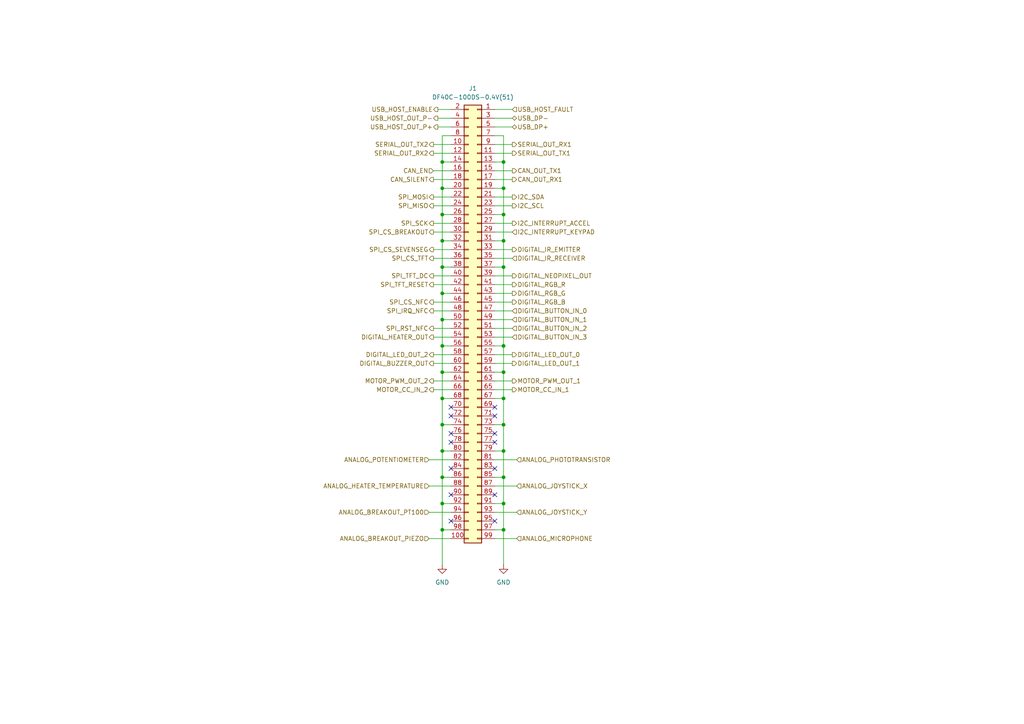
<source format=kicad_sch>
(kicad_sch (version 20231120) (generator "eeschema") (generator_version "8.0")
  (paper "A4")
  (lib_symbols
    (symbol "2x50_generic_connector:2x50_Odd-Even"
      (property "Reference" "J" (at -0.254 1.524 0))
      (symbol "2x50_Odd-Even_1_1"
        (rectangle (start -2.54 -128.143) (end -1.27 -128.397) (stroke (width 0.1524)))
        (rectangle (start -2.54 -125.603) (end -1.27 -125.857) (stroke (width 0.1524)))
        (rectangle (start -2.54 -123.063) (end -1.27 -123.317) (stroke (width 0.1524)))
        (rectangle (start -2.54 -120.523) (end -1.27 -120.777) (stroke (width 0.1524)))
        (rectangle (start -2.54 -117.983) (end -1.27 -118.237) (stroke (width 0.1524)))
        (rectangle (start -2.54 -115.443) (end -1.27 -115.697) (stroke (width 0.1524)))
        (rectangle (start -2.54 -112.903) (end -1.27 -113.157) (stroke (width 0.1524)))
        (rectangle (start -2.54 -110.363) (end -1.27 -110.617) (stroke (width 0.1524)))
        (rectangle (start -2.54 -107.823) (end -1.27 -108.077) (stroke (width 0.1524)))
        (rectangle (start -2.54 -105.283) (end -1.27 -105.537) (stroke (width 0.1524)))
        (rectangle (start -2.54 -102.743) (end -1.27 -102.997) (stroke (width 0.1524)))
        (rectangle (start -2.54 -100.203) (end -1.27 -100.457) (stroke (width 0.1524)))
        (rectangle (start -2.54 -97.663) (end -1.27 -97.917) (stroke (width 0.1524)))
        (rectangle (start -2.54 -95.123) (end -1.27 -95.377) (stroke (width 0.1524)))
        (rectangle (start -2.54 -92.583) (end -1.27 -92.837) (stroke (width 0.1524)))
        (rectangle (start -2.54 -90.043) (end -1.27 -90.297) (stroke (width 0.1524)))
        (rectangle (start -2.54 -87.503) (end -1.27 -87.757) (stroke (width 0.1524)))
        (rectangle (start -2.54 -84.963) (end -1.27 -85.217) (stroke (width 0.1524)))
        (rectangle (start -2.54 -82.423) (end -1.27 -82.677) (stroke (width 0.1524)))
        (rectangle (start -2.54 -79.883) (end -1.27 -80.137) (stroke (width 0.1524)))
        (rectangle (start -2.54 -77.343) (end -1.27 -77.597) (stroke (width 0.1524)))
        (rectangle (start -2.54 -74.803) (end -1.27 -75.057) (stroke (width 0.1524)))
        (rectangle (start -2.54 -72.263) (end -1.27 -72.517) (stroke (width 0.1524)))
        (rectangle (start -2.54 -69.723) (end -1.27 -69.977) (stroke (width 0.1524)))
        (rectangle (start -2.54 -67.183) (end -1.27 -67.437) (stroke (width 0.1524)))
        (rectangle (start -2.54 -64.643) (end -1.27 -64.897) (stroke (width 0.1524)))
        (rectangle (start -2.54 -62.103) (end -1.27 -62.357) (stroke (width 0.1524)))
        (rectangle (start -2.54 -59.563) (end -1.27 -59.817) (stroke (width 0.1524)))
        (rectangle (start -2.54 -57.023) (end -1.27 -57.277) (stroke (width 0.1524)))
        (rectangle (start -2.54 -54.483) (end -1.27 -54.737) (stroke (width 0.1524)))
        (rectangle (start -2.54 -51.943) (end -1.27 -52.197) (stroke (width 0.1524)))
        (rectangle (start -2.54 -49.403) (end -1.27 -49.657) (stroke (width 0.1524)))
        (rectangle (start -2.54 -46.863) (end -1.27 -47.117) (stroke (width 0.1524)))
        (rectangle (start -2.54 -44.323) (end -1.27 -44.577) (stroke (width 0.1524)))
        (rectangle (start -2.54 -41.783) (end -1.27 -42.037) (stroke (width 0.1524)))
        (rectangle (start -2.54 -39.243) (end -1.27 -39.497) (stroke (width 0.1524)))
        (rectangle (start -2.54 -36.703) (end -1.27 -36.957) (stroke (width 0.1524)))
        (rectangle (start -2.54 -34.163) (end -1.27 -34.417) (stroke (width 0.1524)))
        (rectangle (start -2.54 -31.623) (end -1.27 -31.877) (stroke (width 0.1524)))
        (rectangle (start -2.54 -29.083) (end -1.27 -29.337) (stroke (width 0.1524)))
        (rectangle (start -2.54 -26.543) (end -1.27 -26.797) (stroke (width 0.1524)))
        (rectangle (start -2.54 -24.003) (end -1.27 -24.257) (stroke (width 0.1524)))
        (rectangle (start -2.54 -21.463) (end -1.27 -21.717) (stroke (width 0.1524)))
        (rectangle (start -2.54 -18.923) (end -1.27 -19.177) (stroke (width 0.1524)))
        (rectangle (start -2.54 -16.383) (end -1.27 -16.637) (stroke (width 0.1524)))
        (rectangle (start -2.54 -13.843) (end -1.27 -14.097) (stroke (width 0.1524)))
        (rectangle (start -2.54 -11.303) (end -1.27 -11.557) (stroke (width 0.1524)))
        (rectangle (start -2.54 -8.763) (end -1.27 -9.017) (stroke (width 0.1524)))
        (rectangle (start -2.54 -6.223) (end -1.27 -6.477) (stroke (width 0.1524)))
        (rectangle (start -2.54 -3.683) (end -1.27 -3.937) (stroke (width 0.1524)))
        (rectangle (start -2.54 -2.54) (end 2.54 -129.54) (stroke (width 0.254)) (fill (type background)))
        (rectangle (start 2.54 -128.143) (end 1.27 -128.397) (stroke (width 0.1524)))
        (rectangle (start 2.54 -125.603) (end 1.27 -125.857) (stroke (width 0.1524)))
        (rectangle (start 2.54 -123.063) (end 1.27 -123.317) (stroke (width 0.1524)))
        (rectangle (start 2.54 -120.523) (end 1.27 -120.777) (stroke (width 0.1524)))
        (rectangle (start 2.54 -117.983) (end 1.27 -118.237) (stroke (width 0.1524)))
        (rectangle (start 2.54 -115.443) (end 1.27 -115.697) (stroke (width 0.1524)))
        (rectangle (start 2.54 -112.903) (end 1.27 -113.157) (stroke (width 0.1524)))
        (rectangle (start 2.54 -110.363) (end 1.27 -110.617) (stroke (width 0.1524)))
        (rectangle (start 2.54 -107.823) (end 1.27 -108.077) (stroke (width 0.1524)))
        (rectangle (start 2.54 -105.283) (end 1.27 -105.537) (stroke (width 0.1524)))
        (rectangle (start 2.54 -102.743) (end 1.27 -102.997) (stroke (width 0.1524)))
        (rectangle (start 2.54 -100.203) (end 1.27 -100.457) (stroke (width 0.1524)))
        (rectangle (start 2.54 -97.663) (end 1.27 -97.917) (stroke (width 0.1524)))
        (rectangle (start 2.54 -95.123) (end 1.27 -95.377) (stroke (width 0.1524)))
        (rectangle (start 2.54 -92.583) (end 1.27 -92.837) (stroke (width 0.1524)))
        (rectangle (start 2.54 -90.043) (end 1.27 -90.297) (stroke (width 0.1524)))
        (rectangle (start 2.54 -87.503) (end 1.27 -87.757) (stroke (width 0.1524)))
        (rectangle (start 2.54 -84.963) (end 1.27 -85.217) (stroke (width 0.1524)))
        (rectangle (start 2.54 -82.423) (end 1.27 -82.677) (stroke (width 0.1524)))
        (rectangle (start 2.54 -79.883) (end 1.27 -80.137) (stroke (width 0.1524)))
        (rectangle (start 2.54 -77.343) (end 1.27 -77.597) (stroke (width 0.1524)))
        (rectangle (start 2.54 -74.803) (end 1.27 -75.057) (stroke (width 0.1524)))
        (rectangle (start 2.54 -72.263) (end 1.27 -72.517) (stroke (width 0.1524)))
        (rectangle (start 2.54 -69.723) (end 1.27 -69.977) (stroke (width 0.1524)))
        (rectangle (start 2.54 -67.183) (end 1.27 -67.437) (stroke (width 0.1524)))
        (rectangle (start 2.54 -64.643) (end 1.27 -64.897) (stroke (width 0.1524)))
        (rectangle (start 2.54 -62.103) (end 1.27 -62.357) (stroke (width 0.1524)))
        (rectangle (start 2.54 -59.563) (end 1.27 -59.817) (stroke (width 0.1524)))
        (rectangle (start 2.54 -57.023) (end 1.27 -57.277) (stroke (width 0.1524)))
        (rectangle (start 2.54 -54.483) (end 1.27 -54.737) (stroke (width 0.1524)))
        (rectangle (start 2.54 -51.943) (end 1.27 -52.197) (stroke (width 0.1524)))
        (rectangle (start 2.54 -49.403) (end 1.27 -49.657) (stroke (width 0.1524)))
        (rectangle (start 2.54 -46.863) (end 1.27 -47.117) (stroke (width 0.1524)))
        (rectangle (start 2.54 -44.323) (end 1.27 -44.577) (stroke (width 0.1524)))
        (rectangle (start 2.54 -41.783) (end 1.27 -42.037) (stroke (width 0.1524)))
        (rectangle (start 2.54 -39.243) (end 1.27 -39.497) (stroke (width 0.1524)))
        (rectangle (start 2.54 -36.703) (end 1.27 -36.957) (stroke (width 0.1524)))
        (rectangle (start 2.54 -34.163) (end 1.27 -34.417) (stroke (width 0.1524)))
        (rectangle (start 2.54 -31.623) (end 1.27 -31.877) (stroke (width 0.1524)))
        (rectangle (start 2.54 -29.083) (end 1.27 -29.337) (stroke (width 0.1524)))
        (rectangle (start 2.54 -26.543) (end 1.27 -26.797) (stroke (width 0.1524)))
        (rectangle (start 2.54 -24.003) (end 1.27 -24.257) (stroke (width 0.1524)))
        (rectangle (start 2.54 -21.463) (end 1.27 -21.717) (stroke (width 0.1524)))
        (rectangle (start 2.54 -18.923) (end 1.27 -19.177) (stroke (width 0.1524)))
        (rectangle (start 2.54 -16.383) (end 1.27 -16.637) (stroke (width 0.1524)))
        (rectangle (start 2.54 -13.843) (end 1.27 -14.097) (stroke (width 0.1524)))
        (rectangle (start 2.54 -11.303) (end 1.27 -11.557) (stroke (width 0.1524)))
        (rectangle (start 2.54 -8.763) (end 1.27 -9.017) (stroke (width 0.1524)))
        (rectangle (start 2.54 -6.223) (end 1.27 -6.477) (stroke (width 0.1524)))
        (rectangle (start 2.54 -3.683) (end 1.27 -3.937) (stroke (width 0.1524)))
        (pin passive line (at 6.35 -3.81 180) (length 3.81) (name "") (number "1"))
        (pin passive line (at -6.35 -13.97 0) (length 3.81) (name "") (number "10"))
        (pin passive line (at -6.35 -128.27 0) (length 3.81) (name "") (number "100"))
        (pin passive line (at 6.35 -16.51 180) (length 3.81) (name "") (number "11"))
        (pin passive line (at -6.35 -16.51 0) (length 3.81) (name "") (number "12"))
        (pin passive line (at 6.35 -19.05 180) (length 3.81) (name "") (number "13"))
        (pin passive line (at -6.35 -19.05 0) (length 3.81) (name "") (number "14"))
        (pin passive line (at 6.35 -21.59 180) (length 3.81) (name "") (number "15"))
        (pin passive line (at -6.35 -21.59 0) (length 3.81) (name "") (number "16"))
        (pin passive line (at 6.35 -24.13 180) (length 3.81) (name "") (number "17"))
        (pin passive line (at -6.35 -24.13 0) (length 3.81) (name "") (number "18"))
        (pin passive line (at 6.35 -26.67 180) (length 3.81) (name "") (number "19"))
        (pin passive line (at -6.35 -3.81 0) (length 3.81) (name "") (number "2"))
        (pin passive line (at -6.35 -26.67 0) (length 3.81) (name "") (number "20"))
        (pin passive line (at 6.35 -29.21 180) (length 3.81) (name "") (number "21"))
        (pin passive line (at -6.35 -29.21 0) (length 3.81) (name "") (number "22"))
        (pin passive line (at 6.35 -31.75 180) (length 3.81) (name "") (number "23"))
        (pin passive line (at -6.35 -31.75 0) (length 3.81) (name "") (number "24"))
        (pin passive line (at 6.35 -34.29 180) (length 3.81) (name "") (number "25"))
        (pin passive line (at -6.35 -34.29 0) (length 3.81) (name "") (number "26"))
        (pin passive line (at 6.35 -36.83 180) (length 3.81) (name "") (number "27"))
        (pin passive line (at -6.35 -36.83 0) (length 3.81) (name "") (number "28"))
        (pin passive line (at 6.35 -39.37 180) (length 3.81) (name "") (number "29"))
        (pin passive line (at 6.35 -6.35 180) (length 3.81) (name "") (number "3"))
        (pin passive line (at -6.35 -39.37 0) (length 3.81) (name "") (number "30"))
        (pin passive line (at 6.35 -41.91 180) (length 3.81) (name "") (number "31"))
        (pin passive line (at -6.35 -41.91 0) (length 3.81) (name "") (number "32"))
        (pin passive line (at 6.35 -44.45 180) (length 3.81) (name "") (number "33"))
        (pin passive line (at -6.35 -44.45 0) (length 3.81) (name "") (number "34"))
        (pin passive line (at 6.35 -46.99 180) (length 3.81) (name "") (number "35"))
        (pin passive line (at -6.35 -46.99 0) (length 3.81) (name "") (number "36"))
        (pin passive line (at 6.35 -49.53 180) (length 3.81) (name "") (number "37"))
        (pin passive line (at -6.35 -49.53 0) (length 3.81) (name "") (number "38"))
        (pin passive line (at 6.35 -52.07 180) (length 3.81) (name "") (number "39"))
        (pin passive line (at -6.35 -6.35 0) (length 3.81) (name "") (number "4"))
        (pin passive line (at -6.35 -52.07 0) (length 3.81) (name "") (number "40"))
        (pin passive line (at 6.35 -54.61 180) (length 3.81) (name "") (number "41"))
        (pin passive line (at -6.35 -54.61 0) (length 3.81) (name "") (number "42"))
        (pin passive line (at 6.35 -57.15 180) (length 3.81) (name "") (number "43"))
        (pin passive line (at -6.35 -57.15 0) (length 3.81) (name "") (number "44"))
        (pin passive line (at 6.35 -59.69 180) (length 3.81) (name "") (number "45"))
        (pin passive line (at -6.35 -59.69 0) (length 3.81) (name "") (number "46"))
        (pin passive line (at 6.35 -62.23 180) (length 3.81) (name "") (number "47"))
        (pin passive line (at -6.35 -62.23 0) (length 3.81) (name "") (number "48"))
        (pin passive line (at 6.35 -64.77 180) (length 3.81) (name "") (number "49"))
        (pin passive line (at 6.35 -8.89 180) (length 3.81) (name "") (number "5"))
        (pin passive line (at -6.35 -64.77 0) (length 3.81) (name "") (number "50"))
        (pin passive line (at 6.35 -67.31 180) (length 3.81) (name "") (number "51"))
        (pin passive line (at -6.35 -67.31 0) (length 3.81) (name "") (number "52"))
        (pin passive line (at 6.35 -69.85 180) (length 3.81) (name "") (number "53"))
        (pin passive line (at -6.35 -69.85 0) (length 3.81) (name "") (number "54"))
        (pin passive line (at 6.35 -72.39 180) (length 3.81) (name "") (number "55"))
        (pin passive line (at -6.35 -72.39 0) (length 3.81) (name "") (number "56"))
        (pin passive line (at 6.35 -74.93 180) (length 3.81) (name "") (number "57"))
        (pin passive line (at -6.35 -74.93 0) (length 3.81) (name "") (number "58"))
        (pin passive line (at 6.35 -77.47 180) (length 3.81) (name "") (number "59"))
        (pin passive line (at -6.35 -8.89 0) (length 3.81) (name "") (number "6"))
        (pin passive line (at -6.35 -77.47 0) (length 3.81) (name "") (number "60"))
        (pin passive line (at 6.35 -80.01 180) (length 3.81) (name "") (number "61"))
        (pin passive line (at -6.35 -80.01 0) (length 3.81) (name "") (number "62"))
        (pin passive line (at 6.35 -82.55 180) (length 3.81) (name "") (number "63"))
        (pin passive line (at -6.35 -82.55 0) (length 3.81) (name "") (number "64"))
        (pin passive line (at 6.35 -85.09 180) (length 3.81) (name "") (number "65"))
        (pin passive line (at -6.35 -85.09 0) (length 3.81) (name "") (number "66"))
        (pin passive line (at 6.35 -87.63 180) (length 3.81) (name "") (number "67"))
        (pin passive line (at -6.35 -87.63 0) (length 3.81) (name "") (number "68"))
        (pin passive line (at 6.35 -90.17 180) (length 3.81) (name "") (number "69"))
        (pin passive line (at 6.35 -11.43 180) (length 3.81) (name "") (number "7"))
        (pin passive line (at -6.35 -90.17 0) (length 3.81) (name "") (number "70"))
        (pin passive line (at 6.35 -92.71 180) (length 3.81) (name "") (number "71"))
        (pin passive line (at -6.35 -92.71 0) (length 3.81) (name "") (number "72"))
        (pin passive line (at 6.35 -95.25 180) (length 3.81) (name "") (number "73"))
        (pin passive line (at -6.35 -95.25 0) (length 3.81) (name "") (number "74"))
        (pin passive line (at 6.35 -97.79 180) (length 3.81) (name "") (number "75"))
        (pin passive line (at -6.35 -97.79 0) (length 3.81) (name "") (number "76"))
        (pin passive line (at 6.35 -100.33 180) (length 3.81) (name "") (number "77"))
        (pin passive line (at -6.35 -100.33 0) (length 3.81) (name "") (number "78"))
        (pin passive line (at 6.35 -102.87 180) (length 3.81) (name "") (number "79"))
        (pin passive line (at -6.35 -11.43 0) (length 3.81) (name "") (number "8"))
        (pin passive line (at -6.35 -102.87 0) (length 3.81) (name "") (number "80"))
        (pin passive line (at 6.35 -105.41 180) (length 3.81) (name "") (number "81"))
        (pin passive line (at -6.35 -105.41 0) (length 3.81) (name "") (number "82"))
        (pin passive line (at 6.35 -107.95 180) (length 3.81) (name "") (number "83"))
        (pin passive line (at -6.35 -107.95 0) (length 3.81) (name "") (number "84"))
        (pin passive line (at 6.35 -110.49 180) (length 3.81) (name "") (number "85"))
        (pin passive line (at -6.35 -110.49 0) (length 3.81) (name "") (number "86"))
        (pin passive line (at 6.35 -113.03 180) (length 3.81) (name "") (number "87"))
        (pin passive line (at -6.35 -113.03 0) (length 3.81) (name "") (number "88"))
        (pin passive line (at 6.35 -115.57 180) (length 3.81) (name "") (number "89"))
        (pin passive line (at 6.35 -13.97 180) (length 3.81) (name "") (number "9"))
        (pin passive line (at -6.35 -115.57 0) (length 3.81) (name "") (number "90"))
        (pin passive line (at 6.35 -118.11 180) (length 3.81) (name "") (number "91"))
        (pin passive line (at -6.35 -118.11 0) (length 3.81) (name "") (number "92"))
        (pin passive line (at 6.35 -120.65 180) (length 3.81) (name "") (number "93"))
        (pin passive line (at -6.35 -120.65 0) (length 3.81) (name "") (number "94"))
        (pin passive line (at 6.35 -123.19 180) (length 3.81) (name "") (number "95"))
        (pin passive line (at -6.35 -123.19 0) (length 3.81) (name "") (number "96"))
        (pin passive line (at 6.35 -125.73 180) (length 3.81) (name "") (number "97"))
        (pin passive line (at -6.35 -125.73 0) (length 3.81) (name "") (number "98"))
        (pin passive line (at 6.35 -128.27 180) (length 3.81) (name "") (number "99"))
      )
    )
    (symbol "power:GND" (power) (pin_numbers hide) (pin_names (offset 0) hide)
      (property "Value" "GND" (at 0 -3.81 0))
      (symbol "GND_0_1"
        (polyline (pts (xy 0 0) (xy 0 -1.27) (xy 1.27 -1.27) (xy 0 -2.54) (xy -1.27 -1.27) (xy 0 -1.27)))
      )
      (symbol "GND_1_1"
        (pin power_in line (at 0 0 270) (length 0) (name "~") (number "1"))
      )
    )
  )
  (junction (at 128.27 46.99))
  (junction (at 128.27 54.61))
  (junction (at 128.27 77.47))
  (junction (at 128.27 146.05))
  (junction (at 146.05 54.61))
  (junction (at 146.05 123.19))
  (junction (at 146.05 77.47))
  (junction (at 146.05 146.05))
  (junction (at 128.27 130.81))
  (junction (at 146.05 107.95))
  (junction (at 128.27 115.57))
  (junction (at 128.27 107.95))
  (junction (at 128.27 153.67))
  (junction (at 128.27 138.43))
  (junction (at 128.27 92.71))
  (junction (at 146.05 100.33))
  (junction (at 128.27 69.85))
  (junction (at 146.05 138.43))
  (junction (at 128.27 123.19))
  (junction (at 128.27 100.33))
  (junction (at 128.27 62.23))
  (junction (at 146.05 69.85))
  (junction (at 146.05 62.23))
  (junction (at 146.05 130.81))
  (junction (at 146.05 46.99))
  (junction (at 128.27 85.09))
  (junction (at 146.05 153.67))
  (junction (at 146.05 115.57))
  (no_connect (at 143.51 125.73))
  (no_connect (at 130.81 135.89))
  (no_connect (at 130.81 151.13))
  (no_connect (at 143.51 151.13))
  (no_connect (at 143.51 143.51))
  (no_connect (at 143.51 120.65))
  (no_connect (at 143.51 135.89))
  (no_connect (at 130.81 128.27))
  (no_connect (at 130.81 118.11))
  (no_connect (at 130.81 143.51))
  (no_connect (at 143.51 118.11))
  (no_connect (at 143.51 128.27))
  (no_connect (at 130.81 120.65))
  (no_connect (at 130.81 125.73))
  (wire (pts (xy 128.27 62.23) (xy 130.81 62.23)))
  (wire (pts (xy 143.51 54.61) (xy 146.05 54.61)))
  (wire (pts (xy 146.05 39.37) (xy 146.05 46.99)))
  (wire (pts (xy 143.51 146.05) (xy 146.05 146.05)))
  (wire (pts (xy 124.46 148.59) (xy 130.81 148.59)))
  (wire (pts (xy 128.27 153.67) (xy 128.27 163.83)))
  (wire (pts (xy 143.51 46.99) (xy 146.05 46.99)))
  (wire (pts (xy 128.27 130.81) (xy 130.81 130.81)))
  (wire (pts (xy 125.73 52.07) (xy 130.81 52.07)))
  (wire (pts (xy 128.27 146.05) (xy 130.81 146.05)))
  (wire (pts (xy 149.86 133.35) (xy 143.51 133.35)))
  (wire (pts (xy 146.05 146.05) (xy 146.05 153.67)))
  (wire (pts (xy 148.59 67.31) (xy 143.51 67.31)))
  (wire (pts (xy 128.27 100.33) (xy 128.27 107.95)))
  (wire (pts (xy 128.27 69.85) (xy 128.27 77.47)))
  (wire (pts (xy 148.59 57.15) (xy 143.51 57.15)))
  (wire (pts (xy 146.05 39.37) (xy 143.51 39.37)))
  (wire (pts (xy 146.05 153.67) (xy 146.05 163.83)))
  (wire (pts (xy 143.51 115.57) (xy 146.05 115.57)))
  (wire (pts (xy 143.51 100.33) (xy 146.05 100.33)))
  (wire (pts (xy 146.05 62.23) (xy 146.05 69.85)))
  (wire (pts (xy 146.05 123.19) (xy 146.05 130.81)))
  (wire (pts (xy 143.51 85.09) (xy 148.59 85.09)))
  (wire (pts (xy 128.27 115.57) (xy 128.27 123.19)))
  (wire (pts (xy 128.27 130.81) (xy 128.27 138.43)))
  (wire (pts (xy 128.27 123.19) (xy 130.81 123.19)))
  (wire (pts (xy 143.51 77.47) (xy 146.05 77.47)))
  (wire (pts (xy 130.81 102.87) (xy 125.73 102.87)))
  (wire (pts (xy 128.27 123.19) (xy 128.27 130.81)))
  (wire (pts (xy 143.51 105.41) (xy 148.59 105.41)))
  (wire (pts (xy 124.46 133.35) (xy 130.81 133.35)))
  (wire (pts (xy 128.27 92.71) (xy 130.81 92.71)))
  (wire (pts (xy 148.59 52.07) (xy 143.51 52.07)))
  (wire (pts (xy 128.27 39.37) (xy 128.27 46.99)))
  (wire (pts (xy 125.73 90.17) (xy 130.81 90.17)))
  (wire (pts (xy 124.46 140.97) (xy 130.81 140.97)))
  (wire (pts (xy 125.73 113.03) (xy 130.81 113.03)))
  (wire (pts (xy 146.05 54.61) (xy 146.05 62.23)))
  (wire (pts (xy 143.51 153.67) (xy 146.05 153.67)))
  (wire (pts (xy 130.81 97.79) (xy 125.73 97.79)))
  (wire (pts (xy 125.73 87.63) (xy 130.81 87.63)))
  (wire (pts (xy 125.73 49.53) (xy 130.81 49.53)))
  (wire (pts (xy 130.81 59.69) (xy 125.73 59.69)))
  (wire (pts (xy 128.27 77.47) (xy 128.27 85.09)))
  (wire (pts (xy 143.51 72.39) (xy 148.59 72.39)))
  (wire (pts (xy 125.73 110.49) (xy 130.81 110.49)))
  (wire (pts (xy 148.59 34.29) (xy 143.51 34.29)))
  (wire (pts (xy 143.51 138.43) (xy 146.05 138.43)))
  (wire (pts (xy 130.81 57.15) (xy 125.73 57.15)))
  (wire (pts (xy 143.51 130.81) (xy 146.05 130.81)))
  (wire (pts (xy 128.27 46.99) (xy 130.81 46.99)))
  (wire (pts (xy 125.73 67.31) (xy 130.81 67.31)))
  (wire (pts (xy 130.81 31.75) (xy 127 31.75)))
  (wire (pts (xy 128.27 138.43) (xy 128.27 146.05)))
  (wire (pts (xy 148.59 49.53) (xy 143.51 49.53)))
  (wire (pts (xy 128.27 85.09) (xy 128.27 92.71)))
  (wire (pts (xy 143.51 110.49) (xy 148.59 110.49)))
  (wire (pts (xy 130.81 105.41) (xy 125.73 105.41)))
  (wire (pts (xy 128.27 54.61) (xy 128.27 62.23)))
  (wire (pts (xy 143.51 107.95) (xy 146.05 107.95)))
  (wire (pts (xy 128.27 46.99) (xy 128.27 54.61)))
  (wire (pts (xy 125.73 80.01) (xy 130.81 80.01)))
  (wire (pts (xy 146.05 130.81) (xy 146.05 138.43)))
  (wire (pts (xy 143.51 82.55) (xy 148.59 82.55)))
  (wire (pts (xy 128.27 138.43) (xy 130.81 138.43)))
  (wire (pts (xy 128.27 115.57) (xy 130.81 115.57)))
  (wire (pts (xy 128.27 146.05) (xy 128.27 153.67)))
  (wire (pts (xy 128.27 153.67) (xy 130.81 153.67)))
  (wire (pts (xy 124.46 156.21) (xy 130.81 156.21)))
  (wire (pts (xy 125.73 44.45) (xy 130.81 44.45)))
  (wire (pts (xy 143.51 123.19) (xy 146.05 123.19)))
  (wire (pts (xy 149.86 156.21) (xy 143.51 156.21)))
  (wire (pts (xy 148.59 41.91) (xy 143.51 41.91)))
  (wire (pts (xy 128.27 77.47) (xy 130.81 77.47)))
  (wire (pts (xy 128.27 107.95) (xy 130.81 107.95)))
  (wire (pts (xy 146.05 107.95) (xy 146.05 115.57)))
  (wire (pts (xy 128.27 69.85) (xy 130.81 69.85)))
  (wire (pts (xy 143.51 90.17) (xy 148.59 90.17)))
  (wire (pts (xy 128.27 107.95) (xy 128.27 115.57)))
  (wire (pts (xy 146.05 115.57) (xy 146.05 123.19)))
  (wire (pts (xy 143.51 62.23) (xy 146.05 62.23)))
  (wire (pts (xy 130.81 64.77) (xy 125.73 64.77)))
  (wire (pts (xy 127 36.83) (xy 130.81 36.83)))
  (wire (pts (xy 125.73 95.25) (xy 130.81 95.25)))
  (wire (pts (xy 143.51 87.63) (xy 148.59 87.63)))
  (wire (pts (xy 128.27 62.23) (xy 128.27 69.85)))
  (wire (pts (xy 143.51 95.25) (xy 148.59 95.25)))
  (wire (pts (xy 125.73 72.39) (xy 130.81 72.39)))
  (wire (pts (xy 143.51 31.75) (xy 148.59 31.75)))
  (wire (pts (xy 146.05 46.99) (xy 146.05 54.61)))
  (wire (pts (xy 143.51 92.71) (xy 148.59 92.71)))
  (wire (pts (xy 148.59 64.77) (xy 143.51 64.77)))
  (wire (pts (xy 143.51 97.79) (xy 148.59 97.79)))
  (wire (pts (xy 149.86 140.97) (xy 143.51 140.97)))
  (wire (pts (xy 125.73 74.93) (xy 130.81 74.93)))
  (wire (pts (xy 143.51 69.85) (xy 146.05 69.85)))
  (wire (pts (xy 143.51 80.01) (xy 148.59 80.01)))
  (wire (pts (xy 146.05 138.43) (xy 146.05 146.05)))
  (wire (pts (xy 143.51 102.87) (xy 148.59 102.87)))
  (wire (pts (xy 128.27 85.09) (xy 130.81 85.09)))
  (wire (pts (xy 128.27 92.71) (xy 128.27 100.33)))
  (wire (pts (xy 125.73 82.55) (xy 130.81 82.55)))
  (wire (pts (xy 148.59 59.69) (xy 143.51 59.69)))
  (wire (pts (xy 148.59 44.45) (xy 143.51 44.45)))
  (wire (pts (xy 128.27 54.61) (xy 130.81 54.61)))
  (wire (pts (xy 127 34.29) (xy 130.81 34.29)))
  (wire (pts (xy 146.05 100.33) (xy 146.05 107.95)))
  (wire (pts (xy 143.51 74.93) (xy 148.59 74.93)))
  (wire (pts (xy 128.27 100.33) (xy 130.81 100.33)))
  (wire (pts (xy 148.59 113.03) (xy 143.51 113.03)))
  (wire (pts (xy 146.05 69.85) (xy 146.05 77.47)))
  (wire (pts (xy 125.73 41.91) (xy 130.81 41.91)))
  (wire (pts (xy 146.05 77.47) (xy 146.05 100.33)))
  (wire (pts (xy 149.86 148.59) (xy 143.51 148.59)))
  (wire (pts (xy 128.27 39.37) (xy 130.81 39.37)))
  (wire (pts (xy 148.59 36.83) (xy 143.51 36.83)))
  (hierarchical_label "DIGITAL_LED_OUT_1" (shape output) (at 148.59 105.41 0))
  (hierarchical_label "MOTOR_PWM_OUT_1" (shape output) (at 148.59 110.49 0))
  (hierarchical_label "SPI_CS_SEVENSEG" (shape output) (at 125.73 72.39 180))
  (hierarchical_label "SPI_CS_NFC" (shape output) (at 125.73 87.63 180))
  (hierarchical_label "DIGITAL_BUZZER_OUT" (shape output) (at 125.73 105.41 180))
  (hierarchical_label "MOTOR_PWM_OUT_2" (shape output) (at 125.73 110.49 180))
  (hierarchical_label "DIGITAL_NEOPIXEL_OUT" (shape output) (at 148.59 80.01 0))
  (hierarchical_label "ANALOG_JOYSTICK_Y" (shape input) (at 149.86 148.59 0))
  (hierarchical_label "I2C_INTERRUPT_KEYPAD" (shape input) (at 148.59 67.31 0))
  (hierarchical_label "MOTOR_CC_IN_2" (shape output) (at 125.73 113.03 180))
  (hierarchical_label "DIGITAL_HEATER_OUT" (shape output) (at 125.73 97.79 180))
  (hierarchical_label "SPI_TFT_DC" (shape output) (at 125.73 80.01 180))
  (hierarchical_label "SERIAL_OUT_RX2" (shape output) (at 125.73 44.45 180))
  (hierarchical_label "DIGITAL_LED_OUT_2" (shape output) (at 125.73 102.87 180))
  (hierarchical_label "ANALOG_HEATER_TEMPERATURE" (shape input) (at 124.46 140.97 180))
  (hierarchical_label "USB_DP-" (shape bidirectional) (at 148.59 34.29 0))
  (hierarchical_label "USB_HOST_OUT_P-" (shape output) (at 127 34.29 180))
  (hierarchical_label "DIGITAL_RGB_B" (shape output) (at 148.59 87.63 0))
  (hierarchical_label "ANALOG_JOYSTICK_X" (shape input) (at 149.86 140.97 0))
  (hierarchical_label "I2C_SCL" (shape output) (at 148.59 59.69 0))
  (hierarchical_label "DIGITAL_BUTTON_IN_1" (shape input) (at 148.59 92.71 0))
  (hierarchical_label "DIGITAL_BUTTON_IN_0" (shape input) (at 148.59 90.17 0))
  (hierarchical_label "DIGITAL_IR_RECEIVER" (shape input) (at 148.59 74.93 0))
  (hierarchical_label "DIGITAL_RGB_G" (shape output) (at 148.59 85.09 0))
  (hierarchical_label "SERIAL_OUT_RX1" (shape output) (at 148.59 41.91 0))
  (hierarchical_label "MOTOR_CC_IN_1" (shape output) (at 148.59 113.03 0))
  (hierarchical_label "DIGITAL_IR_EMITTER" (shape output) (at 148.59 72.39 0))
  (hierarchical_label "ANALOG_BREAKOUT_PT100" (shape input) (at 124.46 148.59 180))
  (hierarchical_label "ANALOG_PHOTOTRANSISTOR" (shape input) (at 149.86 133.35 0))
  (hierarchical_label "USB_DP+" (shape bidirectional) (at 148.59 36.83 0))
  (hierarchical_label "CAN_OUT_RX1" (shape output) (at 148.59 52.07 0))
  (hierarchical_label "SPI_CS_TFT" (shape output) (at 125.73 74.93 180))
  (hierarchical_label "USB_HOST_OUT_P+" (shape output) (at 127 36.83 180))
  (hierarchical_label "SPI_MISO" (shape output) (at 125.73 59.69 180))
  (hierarchical_label "DIGITAL_RGB_R" (shape output) (at 148.59 82.55 0))
  (hierarchical_label "CAN_SILENT" (shape output) (at 125.73 52.07 180))
  (hierarchical_label "SERIAL_OUT_TX1" (shape output) (at 148.59 44.45 0))
  (hierarchical_label "SPI_TFT_RESET" (shape output) (at 125.73 82.55 180))
  (hierarchical_label "SPI_SCK" (shape output) (at 125.73 64.77 180))
  (hierarchical_label "DIGITAL_BUTTON_IN_3" (shape input) (at 148.59 97.79 0))
  (hierarchical_label "SPI_IRQ_NFC" (shape output) (at 125.73 90.17 180))
  (hierarchical_label "SPI_CS_BREAKOUT" (shape output) (at 125.73 67.31 180))
  (hierarchical_label "DIGITAL_LED_OUT_0" (shape output) (at 148.59 102.87 0))
  (hierarchical_label "SPI_MOSI" (shape output) (at 125.73 57.15 180))
  (hierarchical_label "CAN_EN" (shape input) (at 125.73 49.53 180))
  (hierarchical_label "SPI_RST_NFC" (shape output) (at 125.73 95.25 180))
  (hierarchical_label "DIGITAL_BUTTON_IN_2" (shape input) (at 148.59 95.25 0))
  (hierarchical_label "ANALOG_MICROPHONE" (shape input) (at 149.86 156.21 0))
  (hierarchical_label "CAN_OUT_TX1" (shape output) (at 148.59 49.53 0))
  (hierarchical_label "USB_HOST_FAULT" (shape input) (at 148.59 31.75 0))
  (hierarchical_label "I2C_INTERRUPT_ACCEL" (shape output) (at 148.59 64.77 0))
  (hierarchical_label "ANALOG_POTENTIOMETER" (shape input) (at 124.46 133.35 180))
  (hierarchical_label "ANALOG_BREAKOUT_PIEZO" (shape input) (at 124.46 156.21 180))
  (hierarchical_label "I2C_SDA" (shape output) (at 148.59 57.15 0))
  (hierarchical_label "USB_HOST_ENABLE" (shape output) (at 127 31.75 180))
  (hierarchical_label "SERIAL_OUT_TX2" (shape output) (at 125.73 41.91 180))
  (symbol (lib_id "power:GND") (at 146.05 163.83 0) (unit 1)
    (property "Reference" "#PWR018" (effects (hide yes)))
    (property "Value" "GND" (at 146.05 168.91 0))
    (property "Description" "Power symbol creates a global label with name \"GND\" , ground" (effects (hide yes)))
  )
  (symbol (lib_id "2x50_generic_connector:2x50_Odd-Even") (at 137.16 27.94 0) (unit 1)
    (property "Reference" "J1" (at 137.16 25.654 0))
    (property "Value" "DF40C-100DS-0.4V(51)" (at 137.16 28.194 0))
    (property "Footprint" "DF40C:HIROSE_DF40C-100DS-0.4V_51_" (effects (hide yes)))
  )
  (symbol (lib_id "power:GND") (at 128.27 163.83 0) (unit 1)
    (property "Reference" "#PWR017" (effects (hide yes)))
    (property "Value" "GND" (at 128.27 168.91 0))
    (property "Description" "Power symbol creates a global label with name \"GND\" , ground" (effects (hide yes)))
  )
)
</source>
